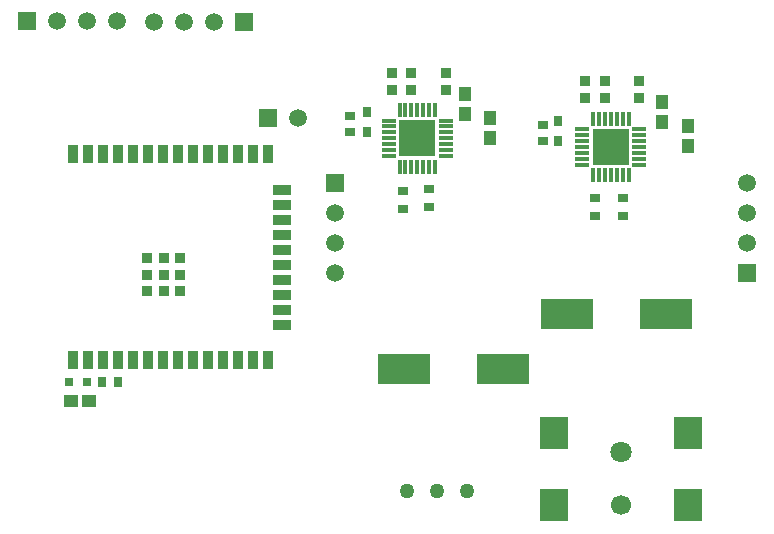
<source format=gbr>
%TF.GenerationSoftware,Altium Limited,Altium Designer,22.10.1 (41)*%
G04 Layer_Color=255*
%FSLAX45Y45*%
%MOMM*%
%TF.SameCoordinates,C9E4A285-3493-4599-8121-F693CE24ADE7*%
%TF.FilePolarity,Positive*%
%TF.FileFunction,Pads,Top*%
%TF.Part,Single*%
G01*
G75*
%TA.AperFunction,BGAPad,CuDef*%
%ADD10R,0.90000X0.90000*%
%TA.AperFunction,SMDPad,CuDef*%
%ADD11R,0.90000X1.50000*%
%ADD12R,1.50000X0.90000*%
%ADD13R,0.80000X0.90000*%
%ADD14R,3.15000X3.15000*%
%ADD15R,0.30000X1.15000*%
%ADD16R,1.15000X0.30000*%
%ADD17R,0.90000X0.70000*%
%ADD18R,1.25814X1.01213*%
%ADD19R,0.80000X0.75000*%
%ADD20R,0.65872X0.81213*%
%ADD21R,4.40000X2.50000*%
%ADD22R,0.81213X0.65872*%
%ADD23R,0.96213X0.86370*%
%ADD24R,2.40000X2.80000*%
%ADD25R,1.10000X1.25000*%
%ADD26R,0.91213X0.95872*%
%TA.AperFunction,ComponentPad*%
%ADD28C,1.27000*%
%ADD29C,1.50000*%
%ADD30R,1.50000X1.50000*%
%ADD31R,1.50000X1.50000*%
%ADD32C,1.80000*%
%ADD33C,1.70000*%
D10*
X1409100Y2667000D02*
D03*
X1549100D02*
D03*
X1689100D02*
D03*
Y2387000D02*
D03*
X1549100D02*
D03*
X1409100D02*
D03*
X1689100Y2527000D02*
D03*
X1549100D02*
D03*
X1409100D02*
D03*
D11*
X777100Y3552000D02*
D03*
X904100D02*
D03*
X1031100D02*
D03*
X1158100D02*
D03*
X1285100D02*
D03*
X1412100D02*
D03*
X1539100D02*
D03*
X1666100D02*
D03*
X1793100D02*
D03*
X1920100D02*
D03*
X2047100D02*
D03*
X2174100D02*
D03*
X2301100D02*
D03*
X2428100D02*
D03*
Y1802000D02*
D03*
X2301100D02*
D03*
X2174100D02*
D03*
X2047100D02*
D03*
X1920100D02*
D03*
X1793100D02*
D03*
X1666100D02*
D03*
X1539100D02*
D03*
X1412100D02*
D03*
X1285100D02*
D03*
X1158100D02*
D03*
X1031100D02*
D03*
X777100D02*
D03*
X904100D02*
D03*
D12*
X2553100Y3248500D02*
D03*
Y3121500D02*
D03*
Y2994500D02*
D03*
Y2867500D02*
D03*
Y2740500D02*
D03*
Y2613500D02*
D03*
Y2486500D02*
D03*
Y2359500D02*
D03*
Y2232500D02*
D03*
Y2105500D02*
D03*
D13*
X4889500Y3661500D02*
D03*
Y3831500D02*
D03*
X3266440Y3735160D02*
D03*
Y3905160D02*
D03*
D14*
X5334000Y3610000D02*
D03*
X3695700Y3683000D02*
D03*
D15*
X5484000Y3370000D02*
D03*
X5434000D02*
D03*
X5384000D02*
D03*
X5334000D02*
D03*
X5284000D02*
D03*
X5234000D02*
D03*
X5184000D02*
D03*
Y3850000D02*
D03*
X5234000D02*
D03*
X5284000D02*
D03*
X5334000D02*
D03*
X5384000D02*
D03*
X5434000D02*
D03*
X5484000D02*
D03*
X3845700Y3923000D02*
D03*
X3795700D02*
D03*
X3745700D02*
D03*
X3695700D02*
D03*
X3645700D02*
D03*
X3595700D02*
D03*
X3545700D02*
D03*
Y3443000D02*
D03*
X3595700D02*
D03*
X3645700D02*
D03*
X3695700D02*
D03*
X3745700D02*
D03*
X3795700D02*
D03*
X3845700D02*
D03*
D16*
X5094000Y3460000D02*
D03*
Y3510000D02*
D03*
Y3560000D02*
D03*
Y3610000D02*
D03*
Y3660000D02*
D03*
Y3710000D02*
D03*
Y3760000D02*
D03*
X5574000D02*
D03*
Y3710000D02*
D03*
Y3660000D02*
D03*
Y3610000D02*
D03*
Y3560000D02*
D03*
Y3510000D02*
D03*
Y3460000D02*
D03*
X3935700Y3533000D02*
D03*
Y3583000D02*
D03*
Y3633000D02*
D03*
Y3683000D02*
D03*
Y3733000D02*
D03*
Y3783000D02*
D03*
Y3833000D02*
D03*
X3455700D02*
D03*
Y3783000D02*
D03*
Y3733000D02*
D03*
Y3683000D02*
D03*
Y3633000D02*
D03*
Y3583000D02*
D03*
Y3533000D02*
D03*
D17*
X5435600Y3176340D02*
D03*
Y3026340D02*
D03*
X5199380Y3023800D02*
D03*
Y3173800D02*
D03*
X3571240Y3234760D02*
D03*
Y3084760D02*
D03*
X3794760Y3100000D02*
D03*
Y3250000D02*
D03*
D18*
X918439Y1455420D02*
D03*
X763041D02*
D03*
D19*
X900500Y1623060D02*
D03*
X750500D02*
D03*
D20*
X1164951D02*
D03*
X1029609D02*
D03*
D21*
X4964800Y2197100D02*
D03*
X5804800D02*
D03*
X3580500Y1727200D02*
D03*
X4420500D02*
D03*
D22*
X4762500Y3658509D02*
D03*
Y3793851D02*
D03*
X3126740Y3872591D02*
D03*
Y3737249D02*
D03*
D23*
X5283200Y4167419D02*
D03*
Y4021541D02*
D03*
X5118100D02*
D03*
Y4167419D02*
D03*
X3644900Y4092661D02*
D03*
Y4238539D02*
D03*
X3479800Y4092661D02*
D03*
Y4238539D02*
D03*
D24*
X5990000Y1190000D02*
D03*
X4850000D02*
D03*
X5990000Y580000D02*
D03*
X4850000D02*
D03*
D25*
X4310000Y3855000D02*
D03*
Y3685000D02*
D03*
X4100000Y3885000D02*
D03*
Y4055000D02*
D03*
X5986780Y3785780D02*
D03*
Y3615780D02*
D03*
X5768340Y3816440D02*
D03*
Y3986440D02*
D03*
D26*
X3939540Y4090389D02*
D03*
Y4235731D02*
D03*
X5572760Y4021809D02*
D03*
Y4167151D02*
D03*
D28*
X3611880Y693420D02*
D03*
X3865880D02*
D03*
X4119880D02*
D03*
D29*
X2997200Y2540000D02*
D03*
Y2794000D02*
D03*
Y3048000D02*
D03*
X1470000Y4670000D02*
D03*
X1724000D02*
D03*
X1978000D02*
D03*
X1155700Y4673600D02*
D03*
X901700D02*
D03*
X647700D02*
D03*
X2687320Y3853180D02*
D03*
X6489700Y2794000D02*
D03*
Y3048000D02*
D03*
Y3302000D02*
D03*
D30*
X2997200D02*
D03*
X6489700Y2540000D02*
D03*
D31*
X2232000Y4670000D02*
D03*
X393700Y4673600D02*
D03*
X2433320Y3853180D02*
D03*
D32*
X5420000Y1030000D02*
D03*
D33*
Y580000D02*
D03*
%TF.MD5,27aa51190c00181e8a01cac3df0e38e6*%
M02*

</source>
